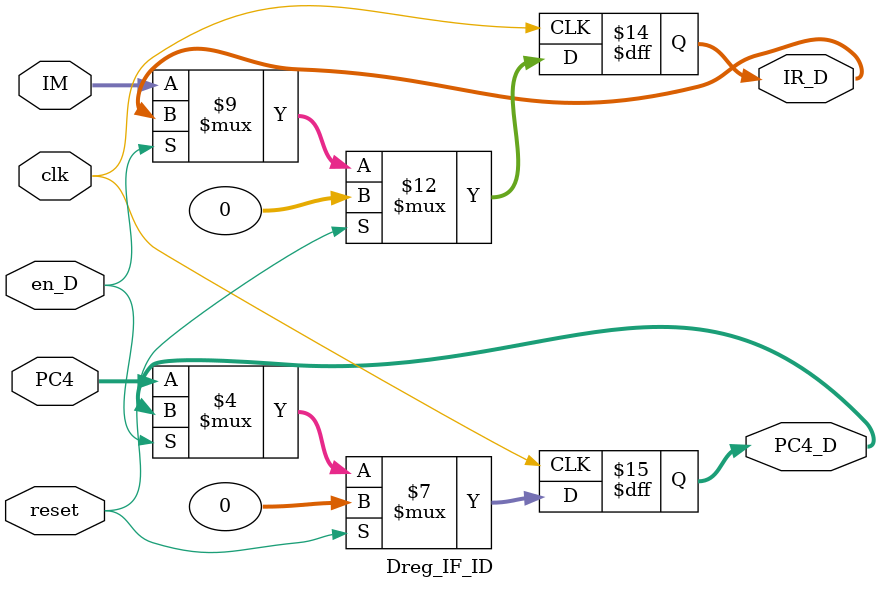
<source format=v>
`timescale 1ns / 1ps
module Dreg_IF_ID(
    input [31:0] IM,
    input [31:0] PC4,
	 input clk,
	 input en_D,
	 input reset,
    output reg [31:0] IR_D,
    output reg [31:0] PC4_D
    );
	initial begin
		IR_D<=0;
		PC4_D<=0;
	end
	always @(posedge clk)begin
		if (reset) begin
			IR_D<=0;
			PC4_D<=0;			
		end
		else if (!en_D)begin
			IR_D<=IM;
			PC4_D<=PC4;
		end
	end

endmodule

</source>
